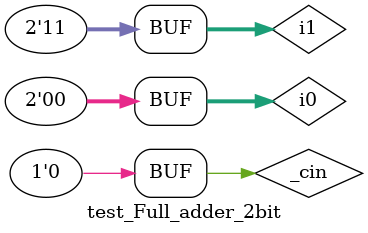
<source format=v>
module Full_adder_1bit (sum,cout,cin,x,y);

input x,y,cin;
output sum,cout;

wire w1,w2,w3;

xor (sum,x,y,cin);

and (w1,x,cin);
and (w2,y,cin);
and (w3,x,y);

or (cout,w1,w2,w3);

endmodule

module Full_adder_2bit (cin,x,y,sum,cout);

input cin;
input [1:0] x,y;
output cout;
output [1:0] sum;
 
Full_adder_1bit m0(.sum(sum[0]),.cout(w1),.cin(cin),.x(x[0]),.y(y[0]));
Full_adder_1bit m1(.sum(sum[1]),.cout(cout),.cin(w1),.x(x[1]),.y(y[1]));
endmodule

module test_Full_adder_2bit;

reg _cin;
reg [1:0]i0,i1;

wire _cout;
wire [1:0]_sum;

Full_adder_2bit mm(.cin(_cin),.x(i0),.y(i1),.sum(_sum),.cout(_cout));

initial begin
_cin=1'b1; i0=2'b11; i1=2'b11;

#20

_cin=1'b0; i0=2'b00; i1=2'b00;
#20

_cin=1'b1; i0=2'b10; i1=2'b10;
#20

i0=2'b01; i1=2'b01;
#20

_cin=1'b0; i0=2'b00; i1=2'b11;


end

endmodule

</source>
